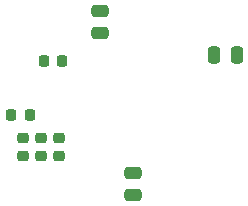
<source format=gbr>
%TF.GenerationSoftware,KiCad,Pcbnew,7.0.1-0*%
%TF.CreationDate,2023-04-17T18:48:32+01:00*%
%TF.ProjectId,cyborg65r2_thermo_pcb,6379626f-7267-4363-9572-325f74686572,rev?*%
%TF.SameCoordinates,Original*%
%TF.FileFunction,Paste,Bot*%
%TF.FilePolarity,Positive*%
%FSLAX46Y46*%
G04 Gerber Fmt 4.6, Leading zero omitted, Abs format (unit mm)*
G04 Created by KiCad (PCBNEW 7.0.1-0) date 2023-04-17 18:48:32*
%MOMM*%
%LPD*%
G01*
G04 APERTURE LIST*
G04 Aperture macros list*
%AMRoundRect*
0 Rectangle with rounded corners*
0 $1 Rounding radius*
0 $2 $3 $4 $5 $6 $7 $8 $9 X,Y pos of 4 corners*
0 Add a 4 corners polygon primitive as box body*
4,1,4,$2,$3,$4,$5,$6,$7,$8,$9,$2,$3,0*
0 Add four circle primitives for the rounded corners*
1,1,$1+$1,$2,$3*
1,1,$1+$1,$4,$5*
1,1,$1+$1,$6,$7*
1,1,$1+$1,$8,$9*
0 Add four rect primitives between the rounded corners*
20,1,$1+$1,$2,$3,$4,$5,0*
20,1,$1+$1,$4,$5,$6,$7,0*
20,1,$1+$1,$6,$7,$8,$9,0*
20,1,$1+$1,$8,$9,$2,$3,0*%
G04 Aperture macros list end*
%ADD10RoundRect,0.250000X-0.475000X0.250000X-0.475000X-0.250000X0.475000X-0.250000X0.475000X0.250000X0*%
%ADD11RoundRect,0.225000X0.225000X0.250000X-0.225000X0.250000X-0.225000X-0.250000X0.225000X-0.250000X0*%
%ADD12RoundRect,0.225000X-0.250000X0.225000X-0.250000X-0.225000X0.250000X-0.225000X0.250000X0.225000X0*%
%ADD13RoundRect,0.250000X-0.250000X-0.475000X0.250000X-0.475000X0.250000X0.475000X-0.250000X0.475000X0*%
%ADD14RoundRect,0.250000X0.475000X-0.250000X0.475000X0.250000X-0.475000X0.250000X-0.475000X-0.250000X0*%
G04 APERTURE END LIST*
D10*
%TO.C,C7*%
X207063312Y-150997000D03*
X207063312Y-149097000D03*
%TD*%
D11*
%TO.C,C4*%
X196758312Y-144237000D03*
X198308312Y-144237000D03*
%TD*%
D12*
%TO.C,C3*%
X200803312Y-147717000D03*
X200803312Y-146167000D03*
%TD*%
D13*
%TO.C,C8*%
X215855000Y-139105000D03*
X213955000Y-139105000D03*
%TD*%
D11*
%TO.C,C1*%
X201043312Y-139627000D03*
X199493312Y-139627000D03*
%TD*%
D12*
%TO.C,C5*%
X199293312Y-147717000D03*
X199293312Y-146167000D03*
%TD*%
%TO.C,C2*%
X197793312Y-147712000D03*
X197793312Y-146162000D03*
%TD*%
D14*
%TO.C,C6*%
X204233312Y-135407000D03*
X204233312Y-137307000D03*
%TD*%
M02*

</source>
